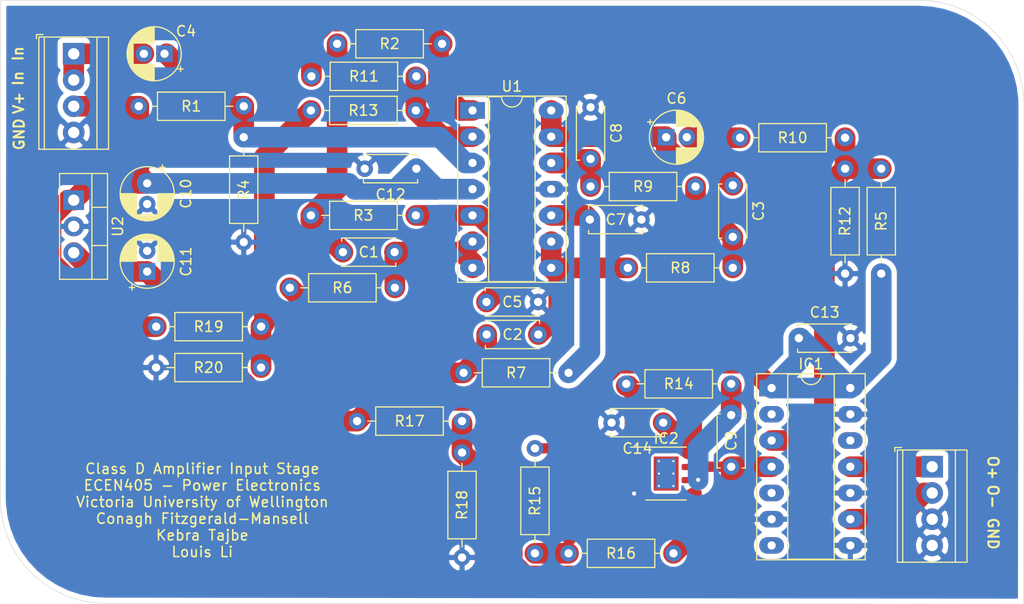
<source format=kicad_pcb>
(kicad_pcb (version 20171130) (host pcbnew "(5.1.9-0-10_14)")
  (layers (0 F.Cu signal) (31 B.Cu signal) (34 B.Paste user) (35 F.Paste user) (36 B.SilkS user) (37 F.SilkS user) (38 B.Mask user) (39 F.Mask user) (44 Edge.Cuts user))
  (net 0 "")
  (net 1 "Net-(C1-Pad2)")
  (net 2 "Net-(C1-Pad1)")
  (net 3 GND)
  (net 4 "Net-(C2-Pad2)")
  (net 5 "Net-(C3-Pad1)")
  (net 6 "Net-(C3-Pad2)")
  (net 7 "Net-(C4-Pad1)")
  (net 8 Input)
  (net 9 "Net-(C7-Pad2)")
  (net 10 "Net-(C8-Pad2)")
  (net 11 "Net-(C9-Pad1)")
  (net 12 "Net-(C9-Pad2)")
  (net 13 Vcc)
  (net 14 +5V)
  (net 15 "Net-(IC2-Pad1)")
  (net 16 Vref)
  (net 17 PWM+)
  (net 18 PWM-)
  (net 19 filterOut)
  (net 20 "Net-(C2-Pad1)")
  (net 21 "Net-(C5-Pad1)")
  (net 22 "Net-(C6-Pad2)")
  (net 23 "Net-(IC1-Pad2)")
  (net 24 "Net-(IC1-Pad5)")
  (net 25 "Net-(IC1-Pad12)")
  (net 26 "Net-(IC1-Pad7)")
  (net 27 "Net-(IC2-Pad3)")
  (net 28 "Net-(R11-Pad1)")
  (net 29 "Net-(R11-Pad2)")
  (net 30 Bias)
  (module Resistor_THT:R_Axial_DIN0207_L6.3mm_D2.5mm_P10.16mm_Horizontal (layer F.Cu) (at 70.6628 88.0364)
    (fp_text reference R2 (at 5.08 0) (layer F.SilkS))
    (fp_text value 1.2k)
    (pad 2 thru_hole oval (at 10.16 0) (size 1.6 1.6) (drill 0.8) (layers *.Cu *.Mask) (net 28 "Net-(R11-Pad1)"))
    (pad 1 thru_hole circle (at 0 0) (size 1.6 1.6) (drill 0.8) (layers *.Cu *.Mask) (net 1 "Net-(C1-Pad2)"))
  )
  (module Resistor_THT:R_Axial_DIN0207_L6.3mm_D2.5mm_P10.16mm_Horizontal (layer F.Cu) (at 68.1736 91.186)
    (fp_text reference R11 (at 5.08 0) (layer F.SilkS))
    (fp_text value 5.6k)
    (pad 2 thru_hole oval (at 10.16 0) (size 1.6 1.6) (drill 0.8) (layers *.Cu *.Mask) (net 29 "Net-(R11-Pad2)"))
    (pad 1 thru_hole circle (at 0 0) (size 1.6 1.6) (drill 0.8) (layers *.Cu *.Mask) (net 28 "Net-(R11-Pad1)"))
  )
  (module Resistor_THT:R_Axial_DIN0207_L6.3mm_D2.5mm_P10.16mm_Horizontal (layer F.Cu) (at 68.1228 94.488)
    (fp_text reference R13 (at 5.08 0) (layer F.SilkS))
    (fp_text value 1.2k)
    (pad 1 thru_hole circle (at 0 0) (size 1.6 1.6) (drill 0.8) (layers *.Cu *.Mask) (net 30 Bias))
    (pad 2 thru_hole oval (at 10.16 0) (size 1.6 1.6) (drill 0.8) (layers *.Cu *.Mask) (net 29 "Net-(R11-Pad2)"))
  )
  (module Resistor_THT:R_Axial_DIN0207_L6.3mm_D2.5mm_P10.16mm_Horizontal (layer F.Cu) (at 95.1992 101.854)
    (fp_text reference R9 (at 5.08 0) (layer F.SilkS))
    (fp_text value 18k)
    (pad 1 thru_hole circle (at 0 0) (size 1.6 1.6) (drill 0.8) (layers *.Cu *.Mask) (net 10 "Net-(C8-Pad2)"))
    (pad 2 thru_hole oval (at 10.16 0) (size 1.6 1.6) (drill 0.8) (layers *.Cu *.Mask) (net 6 "Net-(C3-Pad2)"))
  )
  (module Capacitor_THT:C_Disc_D5.0mm_W2.5mm_P5.00mm (layer F.Cu) (at 76.2216 108.204 180)
    (fp_text reference C1 (at 2.5 0) (layer F.SilkS))
    (fp_text value 47n)
    (pad 2 thru_hole circle (at 5 0 180) (size 1.6 1.6) (drill 0.8) (layers *.Cu *.Mask) (net 1 "Net-(C1-Pad2)"))
    (pad 1 thru_hole circle (at 0 0 180) (size 1.6 1.6) (drill 0.8) (layers *.Cu *.Mask) (net 2 "Net-(C1-Pad1)"))
  )
  (module Capacitor_THT:C_Disc_D5.0mm_W2.5mm_P5.00mm (layer F.Cu) (at 85.1408 116.1796)
    (fp_text reference C2 (at 2.5 0) (layer F.SilkS))
    (fp_text value 56n)
    (pad 1 thru_hole circle (at 0 0) (size 1.6 1.6) (drill 0.8) (layers *.Cu *.Mask) (net 20 "Net-(C2-Pad1)"))
    (pad 2 thru_hole circle (at 5 0) (size 1.6 1.6) (drill 0.8) (layers *.Cu *.Mask) (net 4 "Net-(C2-Pad2)"))
  )
  (module Capacitor_THT:C_Disc_D5.0mm_W2.5mm_P5.00mm (layer F.Cu) (at 108.966 101.7308 270)
    (fp_text reference C3 (at 2.5 -2.5 90) (layer F.SilkS))
    (fp_text value 56n)
    (pad 2 thru_hole circle (at 5 0 270) (size 1.6 1.6) (drill 0.8) (layers *.Cu *.Mask) (net 6 "Net-(C3-Pad2)"))
    (pad 1 thru_hole circle (at 0 0 270) (size 1.6 1.6) (drill 0.8) (layers *.Cu *.Mask) (net 5 "Net-(C3-Pad1)"))
  )
  (module Capacitor_THT:CP_Radial_D5.0mm_P2.00mm (layer F.Cu) (at 53.9496 89.0016 180)
    (fp_text reference C4 (at -2.0828 2.1844) (layer F.SilkS))
    (fp_text value 100u)
    (pad 1 thru_hole rect (at 0 0 180) (size 1.6 1.6) (drill 0.8) (layers *.Cu *.Mask) (net 7 "Net-(C4-Pad1)"))
    (pad 2 thru_hole circle (at 2 0 180) (size 1.6 1.6) (drill 0.8) (layers *.Cu *.Mask) (net 8 Input))
  )
  (module Capacitor_THT:C_Disc_D5.0mm_W2.5mm_P5.00mm (layer F.Cu) (at 85.1192 113.03)
    (fp_text reference C5 (at 2.5 0) (layer F.SilkS))
    (fp_text value 4.7n)
    (pad 1 thru_hole circle (at 0 0) (size 1.6 1.6) (drill 0.8) (layers *.Cu *.Mask) (net 21 "Net-(C5-Pad1)"))
    (pad 2 thru_hole circle (at 5 0) (size 1.6 1.6) (drill 0.8) (layers *.Cu *.Mask) (net 3 GND))
  )
  (module Capacitor_THT:CP_Radial_D5.0mm_P2.00mm (layer F.Cu) (at 102.5144 97.0788)
    (fp_text reference C6 (at 1 -3.75) (layer F.SilkS))
    (fp_text value 100u)
    (pad 2 thru_hole circle (at 2 0) (size 1.6 1.6) (drill 0.8) (layers *.Cu *.Mask) (net 22 "Net-(C6-Pad2)"))
    (pad 1 thru_hole rect (at 0 0) (size 1.6 1.6) (drill 0.8) (layers *.Cu *.Mask) (net 5 "Net-(C3-Pad1)"))
  )
  (module Capacitor_THT:C_Disc_D5.0mm_W2.5mm_P5.00mm (layer F.Cu) (at 100.1268 105.0544 180)
    (fp_text reference C7 (at 2.4892 0) (layer F.SilkS))
    (fp_text value 5.6n)
    (pad 2 thru_hole circle (at 5 0 180) (size 1.6 1.6) (drill 0.8) (layers *.Cu *.Mask) (net 9 "Net-(C7-Pad2)"))
    (pad 1 thru_hole circle (at 0 0 180) (size 1.6 1.6) (drill 0.8) (layers *.Cu *.Mask) (net 3 GND))
  )
  (module Capacitor_THT:C_Disc_D5.0mm_W2.5mm_P5.00mm (layer F.Cu) (at 95.1992 94.1832 270)
    (fp_text reference C8 (at 2.5 -2.5 90) (layer F.SilkS))
    (fp_text value 5.6n)
    (pad 1 thru_hole circle (at 0 0 270) (size 1.6 1.6) (drill 0.8) (layers *.Cu *.Mask) (net 3 GND))
    (pad 2 thru_hole circle (at 5 0 270) (size 1.6 1.6) (drill 0.8) (layers *.Cu *.Mask) (net 10 "Net-(C8-Pad2)"))
  )
  (module Capacitor_THT:C_Disc_D5.0mm_W2.5mm_P5.00mm (layer F.Cu) (at 108.8136 128.9812 90)
    (fp_text reference C9 (at 2.5 0 90) (layer F.SilkS))
    (fp_text value 4.7n)
    (pad 1 thru_hole circle (at 0 0 90) (size 1.6 1.6) (drill 0.8) (layers *.Cu *.Mask) (net 11 "Net-(C9-Pad1)"))
    (pad 2 thru_hole circle (at 5 0 90) (size 1.6 1.6) (drill 0.8) (layers *.Cu *.Mask) (net 12 "Net-(C9-Pad2)"))
  )
  (module Capacitor_THT:CP_Radial_D5.0mm_P2.00mm (layer F.Cu) (at 52.2732 101.5492 270)
    (fp_text reference C10 (at 1 -3.75 90) (layer F.SilkS))
    (fp_text value 10u)
    (pad 1 thru_hole rect (at 0 0 270) (size 1.6 1.6) (drill 0.8) (layers *.Cu *.Mask) (net 13 Vcc))
    (pad 2 thru_hole circle (at 2 0 270) (size 1.6 1.6) (drill 0.8) (layers *.Cu *.Mask) (net 3 GND))
  )
  (module Capacitor_THT:CP_Radial_D5.0mm_P2.00mm (layer F.Cu) (at 52.2732 110.0836 90)
    (fp_text reference C11 (at 0.9652 3.7592 90) (layer F.SilkS))
    (fp_text value 10u)
    (pad 2 thru_hole circle (at 2 0 90) (size 1.6 1.6) (drill 0.8) (layers *.Cu *.Mask) (net 3 GND))
    (pad 1 thru_hole rect (at 0 0 90) (size 1.6 1.6) (drill 0.8) (layers *.Cu *.Mask) (net 14 +5V))
  )
  (module Package_DIP:DIP-14_W7.62mm_Socket_LongPads (layer F.Cu) (at 112.7252 121.3612)
    (fp_text reference IC1 (at 3.81 -2.33) (layer F.SilkS))
    (fp_text value LM361N_NOPB)
    (pad 1 thru_hole rect (at 0 0) (size 2.4 1.6) (drill 0.8) (layers *.Cu *.Mask) (net 14 +5V))
    (pad 8 thru_hole oval (at 7.62 15.24) (size 2.4 1.6) (drill 0.8) (layers *.Cu *.Mask) (net 3 GND))
    (pad 2 thru_hole oval (at 0 2.54) (size 2.4 1.6) (drill 0.8) (layers *.Cu *.Mask) (net 23 "Net-(IC1-Pad2)"))
    (pad 9 thru_hole oval (at 7.62 12.7) (size 2.4 1.6) (drill 0.8) (layers *.Cu *.Mask) (net 18 PWM-))
    (pad 3 thru_hole oval (at 0 5.08) (size 2.4 1.6) (drill 0.8) (layers *.Cu *.Mask) (net 19 filterOut))
    (pad 10 thru_hole oval (at 7.62 10.16) (size 2.4 1.6) (drill 0.8) (layers *.Cu *.Mask) (net 3 GND))
    (pad 4 thru_hole oval (at 0 7.62) (size 2.4 1.6) (drill 0.8) (layers *.Cu *.Mask) (net 11 "Net-(C9-Pad1)"))
    (pad 11 thru_hole oval (at 7.62 7.62) (size 2.4 1.6) (drill 0.8) (layers *.Cu *.Mask) (net 17 PWM+))
    (pad 5 thru_hole oval (at 0 10.16) (size 2.4 1.6) (drill 0.8) (layers *.Cu *.Mask) (net 24 "Net-(IC1-Pad5)"))
    (pad 12 thru_hole oval (at 7.62 5.08) (size 2.4 1.6) (drill 0.8) (layers *.Cu *.Mask) (net 25 "Net-(IC1-Pad12)"))
    (pad 6 thru_hole oval (at 0 12.7) (size 2.4 1.6) (drill 0.8) (layers *.Cu *.Mask) (net 3 GND))
    (pad 13 thru_hole oval (at 7.62 2.54) (size 2.4 1.6) (drill 0.8) (layers *.Cu *.Mask) (net 3 GND))
    (pad 7 thru_hole oval (at 0 15.24) (size 2.4 1.6) (drill 0.8) (layers *.Cu *.Mask) (net 26 "Net-(IC1-Pad7)"))
    (pad 14 thru_hole oval (at 7.62 0) (size 2.4 1.6) (drill 0.8) (layers *.Cu *.Mask) (net 14 +5V))
  )
  (module Package_SO:SOIC-8-1EP_3.9x4.9mm_P1.27mm_EP2.41x3.3mm_ThermalVias (layer F.Cu) (at 102.5144 129.6416)
    (fp_text reference IC2 (at 0 -3.4) (layer F.SilkS))
    (fp_text value ADA4891-2ARMZ-R7)
    (pad 1 smd roundrect (at -2.475 -1.905) (size 1.95 0.6) (layers F.Cu F.Paste F.Mask) (net 15 "Net-(IC2-Pad1)"))
    (pad 2 smd roundrect (at -2.475 -0.635) (size 1.95 0.6) (layers F.Cu F.Paste F.Mask) (net 16 Vref))
    (pad 3 smd roundrect (at -2.475 0.635) (size 1.95 0.6) (layers F.Cu F.Paste F.Mask) (net 27 "Net-(IC2-Pad3)"))
    (pad 4 smd roundrect (at -2.475 1.905) (size 1.95 0.6) (layers F.Cu F.Paste F.Mask) (net 3 GND))
    (pad 5 smd roundrect (at 2.475 1.905) (size 1.95 0.6) (layers F.Cu F.Paste F.Mask) (net 16 Vref))
    (pad 6 smd roundrect (at 2.475 0.635) (size 1.95 0.6) (layers F.Cu F.Paste F.Mask) (net 12 "Net-(C9-Pad2)"))
    (pad 7 smd roundrect (at 2.475 -0.635) (size 1.95 0.6) (layers F.Cu F.Paste F.Mask) (net 11 "Net-(C9-Pad1)"))
    (pad 8 smd roundrect (at 2.475 -1.905) (size 1.95 0.6) (layers F.Cu F.Paste F.Mask) (net 14 +5V))
    (pad 9 smd rect (at 0 0) (size 2.41 3.3) (layers F.Cu F.Mask))
    (pad 9 thru_hole circle (at -0.7 -1.2) (size 0.5 0.5) (drill 0.2) (layers *.Cu))
    (pad 9 thru_hole circle (at 0.7 -1.2) (size 0.5 0.5) (drill 0.2) (layers *.Cu))
    (pad 9 thru_hole circle (at -0.7 0) (size 0.5 0.5) (drill 0.2) (layers *.Cu))
    (pad 9 thru_hole circle (at 0.7 0) (size 0.5 0.5) (drill 0.2) (layers *.Cu))
    (pad 9 thru_hole circle (at -0.7 1.2) (size 0.5 0.5) (drill 0.2) (layers *.Cu))
    (pad 9 thru_hole circle (at 0.7 1.2) (size 0.5 0.5) (drill 0.2) (layers *.Cu))
    (pad 9 smd rect (at 0 0) (size 1.9 2.9) (layers B.Cu))
  )
  (module TerminalBlock_TE-Connectivity:TerminalBlock_TE_282834-4_1x04_P2.54mm_Horizontal (layer F.Cu) (at 45.1612 89.0016 270)
    (fp_text reference J1)
    (fp_text value Screw_Terminal_01x04)
    (pad 4 thru_hole circle (at 7.62 0 270) (size 2.1 2.1) (drill 1.1) (layers *.Cu *.Mask) (net 3 GND))
    (pad 3 thru_hole circle (at 5.08 0 270) (size 2.1 2.1) (drill 1.1) (layers *.Cu *.Mask) (net 13 Vcc))
    (pad 2 thru_hole circle (at 2.54 0 270) (size 2.1 2.1) (drill 1.1) (layers *.Cu *.Mask) (net 8 Input))
    (pad 1 thru_hole rect (at 0 0 270) (size 2.1 2.1) (drill 1.1) (layers *.Cu *.Mask) (net 8 Input))
  )
  (module TerminalBlock_TE-Connectivity:TerminalBlock_TE_282834-4_1x04_P2.54mm_Horizontal (layer F.Cu) (at 128.27 128.9812 270)
    (fp_text reference J2)
    (fp_text value Screw_Terminal_01x04)
    (pad 1 thru_hole rect (at 0 0 270) (size 2.1 2.1) (drill 1.1) (layers *.Cu *.Mask) (net 17 PWM+))
    (pad 2 thru_hole circle (at 2.54 0 270) (size 2.1 2.1) (drill 1.1) (layers *.Cu *.Mask) (net 18 PWM-))
    (pad 3 thru_hole circle (at 5.08 0 270) (size 2.1 2.1) (drill 1.1) (layers *.Cu *.Mask) (net 3 GND))
    (pad 4 thru_hole circle (at 7.62 0 270) (size 2.1 2.1) (drill 1.1) (layers *.Cu *.Mask) (net 3 GND))
  )
  (module Resistor_THT:R_Axial_DIN0207_L6.3mm_D2.5mm_P10.16mm_Horizontal (layer F.Cu) (at 51.4604 94.0816)
    (fp_text reference R1 (at 5.08 0) (layer F.SilkS))
    (fp_text value 10k)
    (pad 2 thru_hole oval (at 10.16 0) (size 1.6 1.6) (drill 0.8) (layers *.Cu *.Mask) (net 7 "Net-(C4-Pad1)"))
    (pad 1 thru_hole circle (at 0 0) (size 1.6 1.6) (drill 0.8) (layers *.Cu *.Mask) (net 13 Vcc))
  )
  (module Resistor_THT:R_Axial_DIN0207_L6.3mm_D2.5mm_P10.16mm_Horizontal (layer F.Cu) (at 78.2828 104.648 180)
    (fp_text reference R3 (at 5.08 0) (layer F.SilkS))
    (fp_text value 8.2k)
    (pad 1 thru_hole circle (at 0 0 180) (size 1.6 1.6) (drill 0.8) (layers *.Cu *.Mask) (net 21 "Net-(C5-Pad1)"))
    (pad 2 thru_hole oval (at 10.16 0 180) (size 1.6 1.6) (drill 0.8) (layers *.Cu *.Mask) (net 1 "Net-(C1-Pad2)"))
  )
  (module Resistor_THT:R_Axial_DIN0207_L6.3mm_D2.5mm_P10.16mm_Horizontal (layer F.Cu) (at 61.6204 97.0788 270)
    (fp_text reference R4 (at 5.08 0 90) (layer F.SilkS))
    (fp_text value 1k)
    (pad 1 thru_hole circle (at 0 0 270) (size 1.6 1.6) (drill 0.8) (layers *.Cu *.Mask) (net 7 "Net-(C4-Pad1)"))
    (pad 2 thru_hole oval (at 10.16 0 270) (size 1.6 1.6) (drill 0.8) (layers *.Cu *.Mask) (net 3 GND))
  )
  (module Resistor_THT:R_Axial_DIN0207_L6.3mm_D2.5mm_P10.16mm_Horizontal (layer F.Cu) (at 123.3424 110.2868 90)
    (fp_text reference R5 (at 5.08 0 90) (layer F.SilkS))
    (fp_text value 10k)
    (pad 2 thru_hole oval (at 10.16 0 90) (size 1.6 1.6) (drill 0.8) (layers *.Cu *.Mask) (net 19 filterOut))
    (pad 1 thru_hole circle (at 0 0 90) (size 1.6 1.6) (drill 0.8) (layers *.Cu *.Mask) (net 14 +5V))
  )
  (module Resistor_THT:R_Axial_DIN0207_L6.3mm_D2.5mm_P10.16mm_Horizontal (layer F.Cu) (at 66.0908 111.6584)
    (fp_text reference R6 (at 5.08 0) (layer F.SilkS))
    (fp_text value 680)
    (pad 2 thru_hole oval (at 10.16 0) (size 1.6 1.6) (drill 0.8) (layers *.Cu *.Mask) (net 2 "Net-(C1-Pad1)"))
    (pad 1 thru_hole circle (at 0 0) (size 1.6 1.6) (drill 0.8) (layers *.Cu *.Mask) (net 20 "Net-(C2-Pad1)"))
  )
  (module Resistor_THT:R_Axial_DIN0207_L6.3mm_D2.5mm_P10.16mm_Horizontal (layer F.Cu) (at 93.0656 119.888 180)
    (fp_text reference R7 (at 5.08 0) (layer F.SilkS))
    (fp_text value 15k)
    (pad 1 thru_hole circle (at 0 0 180) (size 1.6 1.6) (drill 0.8) (layers *.Cu *.Mask) (net 9 "Net-(C7-Pad2)"))
    (pad 2 thru_hole oval (at 10.16 0 180) (size 1.6 1.6) (drill 0.8) (layers *.Cu *.Mask) (net 20 "Net-(C2-Pad1)"))
  )
  (module Resistor_THT:R_Axial_DIN0207_L6.3mm_D2.5mm_P10.16mm_Horizontal (layer F.Cu) (at 108.966 109.728 180)
    (fp_text reference R8 (at 5.08 0) (layer F.SilkS))
    (fp_text value 560)
    (pad 1 thru_hole circle (at 0 0 180) (size 1.6 1.6) (drill 0.8) (layers *.Cu *.Mask) (net 6 "Net-(C3-Pad2)"))
    (pad 2 thru_hole oval (at 10.16 0 180) (size 1.6 1.6) (drill 0.8) (layers *.Cu *.Mask) (net 4 "Net-(C2-Pad2)"))
  )
  (module Resistor_THT:R_Axial_DIN0207_L6.3mm_D2.5mm_P10.16mm_Horizontal (layer F.Cu) (at 109.6772 97.1296)
    (fp_text reference R10 (at 5.08 0) (layer F.SilkS))
    (fp_text value 10k)
    (pad 2 thru_hole oval (at 10.16 0) (size 1.6 1.6) (drill 0.8) (layers *.Cu *.Mask) (net 19 filterOut))
    (pad 1 thru_hole circle (at 0 0) (size 1.6 1.6) (drill 0.8) (layers *.Cu *.Mask) (net 22 "Net-(C6-Pad2)"))
  )
  (module Resistor_THT:R_Axial_DIN0207_L6.3mm_D2.5mm_P10.16mm_Horizontal (layer F.Cu) (at 119.8372 100.1268 270)
    (fp_text reference R12 (at 5.08 0 90) (layer F.SilkS))
    (fp_text value 10k)
    (pad 2 thru_hole oval (at 10.16 0 270) (size 1.6 1.6) (drill 0.8) (layers *.Cu *.Mask) (net 3 GND))
    (pad 1 thru_hole circle (at 0 0 270) (size 1.6 1.6) (drill 0.8) (layers *.Cu *.Mask) (net 19 filterOut))
  )
  (module Resistor_THT:R_Axial_DIN0207_L6.3mm_D2.5mm_P10.16mm_Horizontal (layer F.Cu) (at 108.8136 120.9548 180)
    (fp_text reference R14 (at 5.08 0) (layer F.SilkS))
    (fp_text value 1k)
    (pad 1 thru_hole circle (at 0 0 180) (size 1.6 1.6) (drill 0.8) (layers *.Cu *.Mask) (net 12 "Net-(C9-Pad2)"))
    (pad 2 thru_hole oval (at 10.16 0 180) (size 1.6 1.6) (drill 0.8) (layers *.Cu *.Mask) (net 15 "Net-(IC2-Pad1)"))
  )
  (module Resistor_THT:R_Axial_DIN0207_L6.3mm_D2.5mm_P10.16mm_Horizontal (layer F.Cu) (at 89.8144 137.3632 90)
    (fp_text reference R15 (at 5.08 0 90) (layer F.SilkS))
    (fp_text value 10k)
    (pad 1 thru_hole circle (at 0 0 90) (size 1.6 1.6) (drill 0.8) (layers *.Cu *.Mask) (net 27 "Net-(IC2-Pad3)"))
    (pad 2 thru_hole oval (at 10.16 0 90) (size 1.6 1.6) (drill 0.8) (layers *.Cu *.Mask) (net 15 "Net-(IC2-Pad1)"))
  )
  (module Resistor_THT:R_Axial_DIN0207_L6.3mm_D2.5mm_P10.16mm_Horizontal (layer F.Cu) (at 103.2256 137.3632 180)
    (fp_text reference R16 (at 5.08 0) (layer F.SilkS))
    (fp_text value 8.2k)
    (pad 2 thru_hole oval (at 10.16 0 180) (size 1.6 1.6) (drill 0.8) (layers *.Cu *.Mask) (net 27 "Net-(IC2-Pad3)"))
    (pad 1 thru_hole circle (at 0 0 180) (size 1.6 1.6) (drill 0.8) (layers *.Cu *.Mask) (net 11 "Net-(C9-Pad1)"))
  )
  (module Resistor_THT:R_Axial_DIN0207_L6.3mm_D2.5mm_P10.16mm_Horizontal (layer F.Cu) (at 72.5932 124.5616)
    (fp_text reference R17 (at 5.08 0) (layer F.SilkS))
    (fp_text value 10k)
    (pad 2 thru_hole oval (at 10.16 0) (size 1.6 1.6) (drill 0.8) (layers *.Cu *.Mask) (net 16 Vref))
    (pad 1 thru_hole circle (at 0 0) (size 1.6 1.6) (drill 0.8) (layers *.Cu *.Mask) (net 14 +5V))
  )
  (module Resistor_THT:R_Axial_DIN0207_L6.3mm_D2.5mm_P10.16mm_Horizontal (layer F.Cu) (at 82.7532 127.6096 270)
    (fp_text reference R18 (at 5.08 0 90) (layer F.SilkS))
    (fp_text value 10k)
    (pad 1 thru_hole circle (at 0 0 270) (size 1.6 1.6) (drill 0.8) (layers *.Cu *.Mask) (net 16 Vref))
    (pad 2 thru_hole oval (at 10.16 0 270) (size 1.6 1.6) (drill 0.8) (layers *.Cu *.Mask) (net 3 GND))
  )
  (module Package_DIP:DIP-14_W7.62mm_Socket_LongPads (layer F.Cu) (at 83.7692 94.488)
    (fp_text reference U1 (at 3.81 -2.33) (layer F.SilkS))
    (fp_text value LM324)
    (pad 14 thru_hole oval (at 7.62 0) (size 2.4 1.6) (drill 0.8) (layers *.Cu *.Mask) (net 5 "Net-(C3-Pad1)"))
    (pad 7 thru_hole oval (at 0 15.24) (size 2.4 1.6) (drill 0.8) (layers *.Cu *.Mask) (net 2 "Net-(C1-Pad1)"))
    (pad 13 thru_hole oval (at 7.62 2.54) (size 2.4 1.6) (drill 0.8) (layers *.Cu *.Mask) (net 5 "Net-(C3-Pad1)"))
    (pad 6 thru_hole oval (at 0 12.7) (size 2.4 1.6) (drill 0.8) (layers *.Cu *.Mask) (net 2 "Net-(C1-Pad1)"))
    (pad 12 thru_hole oval (at 7.62 5.08) (size 2.4 1.6) (drill 0.8) (layers *.Cu *.Mask) (net 10 "Net-(C8-Pad2)"))
    (pad 5 thru_hole oval (at 0 10.16) (size 2.4 1.6) (drill 0.8) (layers *.Cu *.Mask) (net 21 "Net-(C5-Pad1)"))
    (pad 11 thru_hole oval (at 7.62 7.62) (size 2.4 1.6) (drill 0.8) (layers *.Cu *.Mask) (net 3 GND))
    (pad 4 thru_hole oval (at 0 7.62) (size 2.4 1.6) (drill 0.8) (layers *.Cu *.Mask) (net 13 Vcc))
    (pad 10 thru_hole oval (at 7.62 10.16) (size 2.4 1.6) (drill 0.8) (layers *.Cu *.Mask) (net 9 "Net-(C7-Pad2)"))
    (pad 3 thru_hole oval (at 0 5.08) (size 2.4 1.6) (drill 0.8) (layers *.Cu *.Mask) (net 7 "Net-(C4-Pad1)"))
    (pad 9 thru_hole oval (at 7.62 12.7) (size 2.4 1.6) (drill 0.8) (layers *.Cu *.Mask) (net 4 "Net-(C2-Pad2)"))
    (pad 2 thru_hole oval (at 0 2.54) (size 2.4 1.6) (drill 0.8) (layers *.Cu *.Mask) (net 29 "Net-(R11-Pad2)"))
    (pad 8 thru_hole oval (at 7.62 15.24) (size 2.4 1.6) (drill 0.8) (layers *.Cu *.Mask) (net 4 "Net-(C2-Pad2)"))
    (pad 1 thru_hole rect (at 0 0) (size 2.4 1.6) (drill 0.8) (layers *.Cu *.Mask) (net 28 "Net-(R11-Pad1)"))
  )
  (module Package_TO_SOT_THT:TO-220-3_Vertical (layer F.Cu) (at 45.1612 103.1748 270)
    (fp_text reference U2 (at 2.54 -4.27 90) (layer F.SilkS))
    (fp_text value LM7805_TO220)
    (pad 1 thru_hole rect (at 0 0 270) (size 1.905 2) (drill 1.1) (layers *.Cu *.Mask) (net 13 Vcc))
    (pad 2 thru_hole oval (at 2.54 0 270) (size 1.905 2) (drill 1.1) (layers *.Cu *.Mask) (net 3 GND))
    (pad 3 thru_hole oval (at 5.08 0 270) (size 1.905 2) (drill 1.1) (layers *.Cu *.Mask) (net 14 +5V))
  )
  (module Resistor_THT:R_Axial_DIN0207_L6.3mm_D2.5mm_P10.16mm_Horizontal (layer F.Cu) (at 53.145001 115.418601)
    (fp_text reference R19 (at 5.08 -0.001001) (layer F.SilkS))
    (fp_text value 10k)
    (pad 2 thru_hole oval (at 10.16 0) (size 1.6 1.6) (drill 0.8) (layers *.Cu *.Mask) (net 30 Bias))
    (pad 1 thru_hole circle (at 0 0) (size 1.6 1.6) (drill 0.8) (layers *.Cu *.Mask) (net 13 Vcc))
  )
  (module Resistor_THT:R_Axial_DIN0207_L6.3mm_D2.5mm_P10.16mm_Horizontal (layer F.Cu) (at 63.2968 119.38 180)
    (fp_text reference R20 (at 5.08 0) (layer F.SilkS))
    (fp_text value 1k)
    (pad 1 thru_hole circle (at 0 0 180) (size 1.6 1.6) (drill 0.8) (layers *.Cu *.Mask) (net 30 Bias))
    (pad 2 thru_hole oval (at 10.16 0 180) (size 1.6 1.6) (drill 0.8) (layers *.Cu *.Mask) (net 3 GND))
  )
  (module Capacitor_THT:C_Disc_D5.0mm_W2.5mm_P5.00mm (layer F.Cu) (at 78.3336 100.1268 180)
    (fp_text reference C12 (at 2.5 -2.5) (layer F.SilkS))
    (fp_text value 100nF)
    (pad 1 thru_hole circle (at 0 0 180) (size 1.6 1.6) (drill 0.8) (layers *.Cu *.Mask) (net 13 Vcc))
    (pad 2 thru_hole circle (at 5 0 180) (size 1.6 1.6) (drill 0.8) (layers *.Cu *.Mask) (net 3 GND))
  )
  (module Capacitor_THT:C_Disc_D5.0mm_W2.5mm_P5.00mm (layer F.Cu) (at 115.3668 116.5352)
    (fp_text reference C13 (at 2.5 -2.5) (layer F.SilkS))
    (fp_text value 100nF)
    (pad 2 thru_hole circle (at 5 0) (size 1.6 1.6) (drill 0.8) (layers *.Cu *.Mask) (net 3 GND))
    (pad 1 thru_hole circle (at 0 0) (size 1.6 1.6) (drill 0.8) (layers *.Cu *.Mask) (net 14 +5V))
  )
  (module Capacitor_THT:C_Disc_D5.0mm_W2.5mm_P5.00mm (layer F.Cu) (at 102.2312 124.714 180)
    (fp_text reference C14 (at 2.5 -2.5) (layer F.SilkS))
    (fp_text value 100nF)
    (pad 1 thru_hole circle (at 0 0 180) (size 1.6 1.6) (drill 0.8) (layers *.Cu *.Mask) (net 14 +5V))
    (pad 2 thru_hole circle (at 5 0 180) (size 1.6 1.6) (drill 0.8) (layers *.Cu *.Mask) (net 3 GND))
  )
  (gr_text "Class D Amplifier Input Stage\nECEN405 - Power Electronics\nVictoria University of Wellington\nConagh Fitzgerald-Mansell\nKebra Tajbe\nLouis Li" (at 57.6072 133.1976) (layer F.SilkS) (effects (font (size 1 1))))
  (gr_arc (start 48.2092 132.0292) (end 38.0492 132.0292) (angle -90) (layer Edge.Cuts) (width 0.05))
  (gr_arc (start 127 93.98) (end 137.16 93.98) (angle -90) (layer Edge.Cuts) (width 0.05))
  (gr_text O- (at 134.1628 130.6068 -90) (layer F.SilkS) (effects (font (size 1 1) (thickness 0.2)) (justify left)))
  (gr_text O+ (at 134.1628 127.8128 -90) (layer F.SilkS) (effects (font (size 1 1) (thickness 0.2)) (justify left)))
  (gr_text GND (at 134.1628 133.8072 -90) (layer F.SilkS) (effects (font (size 1 1) (thickness 0.2)) (justify left)))
  (gr_text GND (at 39.878 98.4504 90) (layer F.SilkS) (effects (font (size 1 1) (thickness 0.2)) (justify left)))
  (gr_text V+ (at 39.8272 94.9452 90) (layer F.SilkS) (effects (font (size 1 1) (thickness 0.2)) (justify left)))
  (gr_text In (at 39.7764 92.202 90) (layer F.SilkS) (effects (font (size 1 1) (thickness 0.2)) (justify left)))
  (gr_text In (at 39.7764 89.8144 90) (layer F.SilkS) (effects (font (size 1 1) (thickness 0.2)) (justify left)))
  (gr_line (start 137.1092 142.2908) (end 137.16 93.98) (layer Edge.Cuts) (width 0.05))
  (gr_line (start 48.2092 142.1892) (end 137.1092 142.2908) (layer Edge.Cuts) (width 0.05))
  (gr_line (start 38.1 83.82) (end 38.0492 132.0292) (layer Edge.Cuts) (width 0.05))
  (gr_line (start 38.1 83.82) (end 127 83.82) (layer Edge.Cuts) (width 0.05))
  (segment (start 68.1228 105.1052) (end 71.2216 108.204) (width 2) (layer F.Cu) (net 1))
  (segment (start 68.1228 104.648) (end 68.1228 105.1052) (width 2) (layer F.Cu) (net 1))
  (segment (start 70.6628 102.108) (end 70.6628 88.0364) (width 2) (layer F.Cu) (net 1))
  (segment (start 68.1228 104.648) (end 70.6628 102.108) (width 2) (layer F.Cu) (net 1))
  (segment (start 76.2508 108.2332) (end 76.2216 108.204) (width 2) (layer F.Cu) (net 2))
  (segment (start 82.7532 108.204) (end 83.7692 107.188) (width 2) (layer F.Cu) (net 2))
  (segment (start 76.2216 108.204) (end 82.7532 108.204) (width 2) (layer F.Cu) (net 2))
  (segment (start 83.7692 109.22) (end 82.7532 108.204) (width 2) (layer F.Cu) (net 2))
  (segment (start 83.7692 109.728) (end 83.7692 109.22) (width 2) (layer F.Cu) (net 2))
  (segment (start 76.2508 111.6584) (end 76.2508 108.2332) (width 2) (layer F.Cu) (net 2))
  (via (at 99.4156 131.572) (size 0.8) (drill 0.4) (layers F.Cu B.Cu) (net 3))
  (segment (start 92.119201 110.458001) (end 91.3892 109.728) (width 2) (layer F.Cu) (net 4))
  (segment (start 92.119201 114.201199) (end 92.119201 110.458001) (width 2) (layer F.Cu) (net 4))
  (segment (start 90.1408 116.1796) (end 92.119201 114.201199) (width 2) (layer F.Cu) (net 4))
  (segment (start 91.3892 107.188) (end 91.3892 109.728) (width 2) (layer F.Cu) (net 4))
  (segment (start 91.3892 109.728) (end 98.806 109.728) (width 2) (layer F.Cu) (net 4))
  (segment (start 91.3892 94.488) (end 91.3892 97.028) (width 2) (layer F.Cu) (net 5))
  (segment (start 102.4636 97.028) (end 102.5144 97.0788) (width 2) (layer F.Cu) (net 5))
  (segment (start 91.3892 97.028) (end 102.4636 97.028) (width 2) (layer F.Cu) (net 5))
  (segment (start 103.805208 99.32961) (end 102.5144 98.038802) (width 2) (layer F.Cu) (net 5))
  (segment (start 106.56481 99.32961) (end 103.805208 99.32961) (width 2) (layer F.Cu) (net 5))
  (segment (start 102.5144 98.038802) (end 102.5144 97.0788) (width 2) (layer F.Cu) (net 5))
  (segment (start 108.966 101.7308) (end 106.56481 99.32961) (width 2) (layer F.Cu) (net 5))
  (segment (start 105.3592 103.124) (end 108.966 106.7308) (width 2) (layer F.Cu) (net 6))
  (segment (start 105.3592 101.854) (end 105.3592 103.124) (width 2) (layer F.Cu) (net 6))
  (segment (start 108.966 106.7308) (end 108.966 109.728) (width 2) (layer F.Cu) (net 6))
  (segment (start 61.6204 97.0788) (end 61.6204 94.0816) (width 2) (layer F.Cu) (net 7))
  (segment (start 59.22961 94.0816) (end 54.14961 89.0016) (width 2) (layer F.Cu) (net 7))
  (segment (start 61.6204 94.0816) (end 59.22961 94.0816) (width 2) (layer F.Cu) (net 7))
  (segment (start 83.080759 99.568) (end 83.7692 99.568) (width 2) (layer B.Cu) (net 7))
  (segment (start 80.591559 97.0788) (end 83.080759 99.568) (width 2) (layer B.Cu) (net 7))
  (segment (start 61.6204 97.0788) (end 80.591559 97.0788) (width 2) (layer B.Cu) (net 7))
  (segment (start 45.1612 91.5416) (end 45.1612 89.0016) (width 2) (layer F.Cu) (net 8))
  (segment (start 51.9496 89.0016) (end 45.1612 89.0016) (width 2) (layer F.Cu) (net 8))
  (segment (start 94.7204 104.648) (end 95.1268 105.0544) (width 2) (layer F.Cu) (net 9))
  (segment (start 91.3892 104.648) (end 94.7204 104.648) (width 2) (layer F.Cu) (net 9))
  (segment (start 95.1268 117.8268) (end 93.0656 119.888) (width 2) (layer B.Cu) (net 9))
  (segment (start 95.1268 105.0544) (end 95.1268 117.8268) (width 2) (layer B.Cu) (net 9))
  (segment (start 93.76119 99.22801) (end 95.1992 99.22801) (width 2) (layer F.Cu) (net 10))
  (segment (start 93.4212 99.568) (end 93.76119 99.22801) (width 2) (layer F.Cu) (net 10))
  (segment (start 91.3892 99.568) (end 93.4212 99.568) (width 2) (layer F.Cu) (net 10))
  (segment (start 92.9132 99.568) (end 91.3892 99.568) (width 2) (layer F.Cu) (net 10))
  (segment (start 95.1992 101.854) (end 95.1992 99.22801) (width 2) (layer F.Cu) (net 10))
  (segment (start 105.0148 128.9812) (end 104.9894 129.0066) (width 1) (layer F.Cu) (net 11))
  (segment (start 108.8136 128.9812) (end 105.0148 128.9812) (width 1) (layer F.Cu) (net 11))
  (segment (start 108.8136 128.9812) (end 112.7252 128.9812) (width 2) (layer F.Cu) (net 11))
  (segment (start 108.8136 131.7752) (end 108.8136 128.9812) (width 2) (layer F.Cu) (net 11))
  (segment (start 103.2256 137.3632) (end 108.8136 131.7752) (width 2) (layer F.Cu) (net 11))
  (via (at 105.6132 130.2512) (size 0.8) (drill 0.4) (layers F.Cu B.Cu) (net 12))
  (segment (start 108.8136 123.9812) (end 108.8136 121.154809) (width 2) (layer F.Cu) (net 12))
  (segment (start 105.6132 127.1816) (end 108.8136 123.9812) (width 2) (layer B.Cu) (net 12))
  (segment (start 105.6132 130.2512) (end 105.6132 127.1816) (width 2) (layer B.Cu) (net 12))
  (segment (start 45.1612 94.0816) (end 51.4604 94.0816) (width 2) (layer F.Cu) (net 13))
  (segment (start 51.4604 100.7364) (end 52.2732 101.5492) (width 2) (layer F.Cu) (net 13))
  (segment (start 46.7868 101.5492) (end 45.1612 103.1748) (width 2) (layer F.Cu) (net 13))
  (segment (start 52.2732 101.5492) (end 46.7868 101.5492) (width 2) (layer F.Cu) (net 13))
  (segment (start 51.4604 94.0816) (end 51.4604 100.7364) (width 2) (layer F.Cu) (net 13))
  (segment (start 49.233393 115.418601) (end 53.145001 115.418601) (width 2) (layer F.Cu) (net 13))
  (segment (start 42.96119 109.146398) (end 49.233393 115.418601) (width 2) (layer F.Cu) (net 13))
  (segment (start 42.96119 104.823202) (end 42.96119 109.146398) (width 2) (layer F.Cu) (net 13))
  (segment (start 44.609592 103.1748) (end 42.96119 104.823202) (width 2) (layer F.Cu) (net 13))
  (segment (start 45.1612 103.1748) (end 44.609592 103.1748) (width 2) (layer F.Cu) (net 13))
  (segment (start 71.795998 101.5492) (end 72.373599 102.126801) (width 2) (layer B.Cu) (net 13))
  (segment (start 76.333599 102.126801) (end 78.3336 100.1268) (width 2) (layer B.Cu) (net 13))
  (segment (start 72.373599 102.126801) (end 76.333599 102.126801) (width 2) (layer B.Cu) (net 13))
  (segment (start 52.2732 101.5492) (end 71.795998 101.5492) (width 2) (layer B.Cu) (net 13))
  (segment (start 80.3148 102.108) (end 83.7692 102.108) (width 2) (layer B.Cu) (net 13))
  (segment (start 78.3336 100.1268) (end 80.3148 102.108) (width 2) (layer B.Cu) (net 13))
  (segment (start 80.295999 102.126801) (end 80.3148 102.108) (width 2) (layer B.Cu) (net 13))
  (segment (start 76.333599 102.126801) (end 80.295999 102.126801) (width 2) (layer B.Cu) (net 13))
  (segment (start 123.3424 118.364) (end 120.3452 121.3612) (width 2) (layer B.Cu) (net 14))
  (segment (start 123.3424 110.2868) (end 123.3424 118.364) (width 2) (layer B.Cu) (net 14))
  (segment (start 120.3452 121.3612) (end 112.7252 121.3612) (width 2) (layer B.Cu) (net 14))
  (segment (start 47.009674 110.0836) (end 45.171037 108.244963) (width 2) (layer F.Cu) (net 14))
  (segment (start 52.2732 110.0836) (end 47.009674 110.0836) (width 2) (layer F.Cu) (net 14))
  (segment (start 65.367117 124.5616) (end 72.5932 124.5616) (width 2) (layer F.Cu) (net 14))
  (segment (start 55.345011 114.539494) (end 65.367117 124.5616) (width 2) (layer F.Cu) (net 14))
  (segment (start 55.345011 113.155411) (end 55.345011 114.539494) (width 2) (layer F.Cu) (net 14))
  (segment (start 52.2732 110.0836) (end 55.345011 113.155411) (width 2) (layer F.Cu) (net 14))
  (segment (start 110.318799 118.954799) (end 112.7252 121.3612) (width 2) (layer F.Cu) (net 14))
  (segment (start 94.086799 122.561599) (end 97.693599 118.954799) (width 2) (layer F.Cu) (net 14))
  (segment (start 74.593201 122.561599) (end 94.086799 122.561599) (width 2) (layer F.Cu) (net 14))
  (segment (start 72.5932 124.5616) (end 74.593201 122.561599) (width 2) (layer F.Cu) (net 14))
  (segment (start 101.885999 118.954799) (end 104.9894 122.0582) (width 2) (layer F.Cu) (net 14))
  (segment (start 97.693599 118.954799) (end 101.733599 118.954799) (width 2) (layer F.Cu) (net 14))
  (segment (start 101.733599 118.954799) (end 101.885999 118.954799) (width 2) (layer F.Cu) (net 14))
  (segment (start 101.733599 118.954799) (end 110.318799 118.954799) (width 2) (layer F.Cu) (net 14))
  (segment (start 120.396 121.3104) (end 120.3452 121.3612) (width 2) (layer B.Cu) (net 14))
  (segment (start 102.2312 124.714) (end 104.79839 127.28119) (width 2) (layer F.Cu) (net 14))
  (segment (start 104.79839 127.28119) (end 104.9894 127.28119) (width 2) (layer F.Cu) (net 14))
  (segment (start 104.9894 122.0582) (end 104.9894 127.28119) (width 2) (layer F.Cu) (net 14))
  (segment (start 115.3668 118.7196) (end 112.7252 121.3612) (width 2) (layer B.Cu) (net 14))
  (segment (start 115.3668 116.5352) (end 115.3668 118.7196) (width 2) (layer B.Cu) (net 14))
  (segment (start 115.5192 116.5352) (end 120.3452 121.3612) (width 2) (layer B.Cu) (net 14))
  (segment (start 115.3668 116.5352) (end 115.5192 116.5352) (width 2) (layer B.Cu) (net 14))
  (segment (start 99.506 127.2032) (end 100.0394 127.7366) (width 1) (layer F.Cu) (net 15))
  (segment (start 89.8144 127.2032) (end 99.506 127.2032) (width 1) (layer F.Cu) (net 15))
  (segment (start 98.853609 121.154809) (end 98.6536 121.154809) (width 2) (layer F.Cu) (net 15))
  (segment (start 99.506 121.8072) (end 98.853609 121.154809) (width 2) (layer F.Cu) (net 15))
  (segment (start 99.506 127.2032) (end 99.506 121.8072) (width 2) (layer F.Cu) (net 15))
  (segment (start 82.7532 127.6096) (end 82.7532 124.761609) (width 2) (layer F.Cu) (net 16))
  (segment (start 96.393 129.0066) (end 100.0394 129.0066) (width 1) (layer F.Cu) (net 16))
  (segment (start 104.9894 132.1958) (end 104.3432 132.842) (width 1) (layer F.Cu) (net 16))
  (segment (start 104.9894 131.5466) (end 104.9894 132.1958) (width 1) (layer F.Cu) (net 16))
  (segment (start 88.903127 139.56321) (end 87.61439 138.274473) (width 2) (layer F.Cu) (net 16))
  (segment (start 87.61439 138.274473) (end 87.61439 129.37199) (width 2) (layer F.Cu) (net 16))
  (segment (start 97.62199 139.56321) (end 88.903127 139.56321) (width 2) (layer F.Cu) (net 16))
  (segment (start 87.61439 129.37199) (end 87.249 129.0066) (width 2) (layer F.Cu) (net 16))
  (segment (start 104.3432 132.842) (end 97.62199 139.56321) (width 2) (layer F.Cu) (net 16))
  (segment (start 87.249 129.0066) (end 96.393 129.0066) (width 1) (layer F.Cu) (net 16))
  (segment (start 84.1502 129.0066) (end 82.7532 127.6096) (width 2) (layer F.Cu) (net 16))
  (segment (start 87.249 129.0066) (end 84.1502 129.0066) (width 2) (layer F.Cu) (net 16))
  (segment (start 120.3452 128.9812) (end 128.27 128.9812) (width 2) (layer F.Cu) (net 17))
  (segment (start 127.479998 131.5212) (end 128.27 131.5212) (width 2) (layer F.Cu) (net 18))
  (segment (start 124.939998 134.0612) (end 127.479998 131.5212) (width 2) (layer F.Cu) (net 18))
  (segment (start 120.3452 134.0612) (end 124.939998 134.0612) (width 2) (layer F.Cu) (net 18))
  (segment (start 119.8372 97.1296) (end 119.8372 100.1268) (width 2) (layer F.Cu) (net 19))
  (segment (start 119.8372 100.1268) (end 123.3424 100.1268) (width 2) (layer F.Cu) (net 19))
  (segment (start 115.9252 126.4412) (end 112.7252 126.4412) (width 2) (layer F.Cu) (net 19))
  (segment (start 117.837199 124.529201) (end 115.9252 126.4412) (width 2) (layer F.Cu) (net 19))
  (segment (start 117.837199 102.126801) (end 117.837199 124.529201) (width 2) (layer F.Cu) (net 19))
  (segment (start 119.8372 100.1268) (end 117.837199 102.126801) (width 2) (layer F.Cu) (net 19))
  (segment (start 85.1408 117.6528) (end 82.9056 119.888) (width 2) (layer F.Cu) (net 20))
  (segment (start 85.1408 116.1796) (end 85.1408 117.6528) (width 2) (layer F.Cu) (net 20))
  (segment (start 74.3204 119.888) (end 66.0908 111.6584) (width 2) (layer F.Cu) (net 20))
  (segment (start 82.9056 119.888) (end 74.3204 119.888) (width 2) (layer F.Cu) (net 20))
  (segment (start 78.2828 104.648) (end 83.7692 104.648) (width 2) (layer F.Cu) (net 21))
  (segment (start 86.16921 106.359569) (end 84.457641 104.648) (width 2) (layer F.Cu) (net 21))
  (segment (start 86.16921 111.97999) (end 86.16921 106.359569) (width 2) (layer F.Cu) (net 21))
  (segment (start 84.457641 104.648) (end 83.7692 104.648) (width 2) (layer F.Cu) (net 21))
  (segment (start 85.1192 113.03) (end 86.16921 111.97999) (width 2) (layer F.Cu) (net 21))
  (segment (start 104.765208 97.1296) (end 104.714408 97.0788) (width 2) (layer F.Cu) (net 22))
  (segment (start 109.6772 97.1296) (end 104.765208 97.1296) (width 2) (layer F.Cu) (net 22))
  (segment (start 89.8144 137.3632) (end 93.0656 137.3632) (width 2) (layer F.Cu) (net 27))
  (segment (start 99.02083 130.2766) (end 100.0394 130.2766) (width 1) (layer F.Cu) (net 27))
  (segment (start 93.0656 136.23183) (end 99.02083 130.2766) (width 1) (layer F.Cu) (net 27))
  (segment (start 93.0656 137.3632) (end 93.0656 136.23183) (width 1) (layer F.Cu) (net 27))
  (segment (start 78.62279 85.83639) (end 80.8228 88.0364) (width 2) (layer F.Cu) (net 28))
  (segment (start 69.751527 85.83639) (end 78.62279 85.83639) (width 2) (layer F.Cu) (net 28))
  (segment (start 68.1736 87.414317) (end 69.751527 85.83639) (width 2) (layer F.Cu) (net 28))
  (segment (start 68.1736 91.186) (end 68.1736 87.414317) (width 2) (layer F.Cu) (net 28))
  (segment (start 80.48281 92.31921) (end 80.48281 88.37639) (width 2) (layer F.Cu) (net 28))
  (segment (start 82.6516 94.488) (end 80.48281 92.31921) (width 2) (layer F.Cu) (net 28))
  (segment (start 80.48281 88.37639) (end 80.8228 88.0364) (width 2) (layer F.Cu) (net 28))
  (segment (start 83.7692 94.488) (end 82.6516 94.488) (width 2) (layer F.Cu) (net 28))
  (segment (start 78.2828 94.488) (end 78.2828 91.2368) (width 2) (layer F.Cu) (net 29))
  (segment (start 80.8228 97.028) (end 78.2828 94.488) (width 2) (layer F.Cu) (net 29))
  (segment (start 83.7692 97.028) (end 80.8228 97.028) (width 2) (layer F.Cu) (net 29))
  (segment (start 63.2968 115.426802) (end 63.305001 115.418601) (width 2) (layer F.Cu) (net 30))
  (segment (start 63.2968 119.38) (end 63.2968 115.426802) (width 2) (layer F.Cu) (net 30))
  (segment (start 63.620401 115.103201) (end 63.620401 98.990399) (width 2) (layer F.Cu) (net 30))
  (segment (start 63.620401 98.990399) (end 68.1228 94.488) (width 2) (layer F.Cu) (net 30))
  (segment (start 63.305001 115.418601) (end 63.620401 115.103201) (width 2) (layer F.Cu) (net 30))
  (zone (net 3) (net_name GND) (layer B.Cu) (connect_pads (clearance 0.508)) (min_thickness 0.254) (fill yes (arc_segments 32) (thermal_gap 0.508) (thermal_bridge_width 0.508))
    (polygon (pts (xy 137.1092 142.2908) (xy 38.0492 142.1892) (xy 38.1 83.82) (xy 137.16 83.82)))
  )
)
</source>
